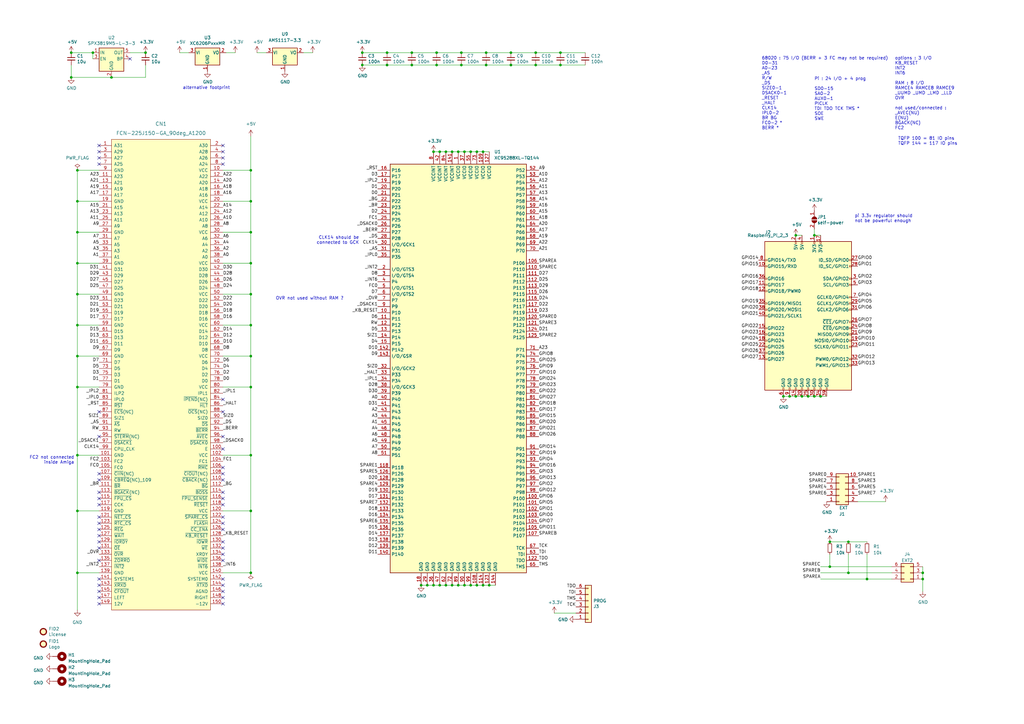
<source format=kicad_sch>
(kicad_sch (version 20230121) (generator eeschema)
  (paper "A3")
  (title_block (title "PiStorm'X1K2") (date "2021-07-27") (rev "0.1") (company "FLACO") (comment 1 "PiStorm adapter board with Xilinx CPLD") (comment 2 "Amiga 1200 version"))
  (junction (at 198.12 62.23))
  (junction (at 199.39 21.59))
  (junction (at 177.8 240.03))
  (junction (at 229.87 26.67))
  (junction (at 347.98 222.25))
  (junction (at 187.96 240.03))
  (junction (at 209.55 26.67))
  (junction (at 31.75 82.55))
  (junction (at 323.85 162.56))
  (junction (at 102.87 158.75))
  (junction (at 158.75 26.67))
  (junction (at 102.87 82.55))
  (junction (at 175.26 240.03))
  (junction (at 185.42 62.23))
  (junction (at 102.87 107.95))
  (junction (at 190.5 240.03))
  (junction (at 179.07 26.67))
  (junction (at 182.88 240.03))
  (junction (at 195.58 240.03))
  (junction (at 378.46 237.49))
  (junction (at 193.04 240.03))
  (junction (at 148.59 26.67))
  (junction (at 179.07 21.59))
  (junction (at 102.87 120.65))
  (junction (at 59.69 21.59))
  (junction (at 347.98 234.95))
  (junction (at 219.71 21.59))
  (junction (at 31.75 120.65))
  (junction (at 209.55 21.59))
  (junction (at 340.36 222.25))
  (junction (at 180.34 62.23))
  (junction (at 199.39 26.67))
  (junction (at 321.31 162.56))
  (junction (at 31.75 95.25))
  (junction (at 328.93 162.56))
  (junction (at 331.47 162.56))
  (junction (at 340.36 232.41))
  (junction (at 38.1 21.59))
  (junction (at 31.75 146.05))
  (junction (at 336.55 162.56))
  (junction (at 355.6 237.49))
  (junction (at 334.01 96.52))
  (junction (at 200.66 240.03))
  (junction (at 31.75 133.35))
  (junction (at 45.72 31.75))
  (junction (at 229.87 21.59))
  (junction (at 219.71 26.67))
  (junction (at 187.96 62.23))
  (junction (at 102.87 95.25))
  (junction (at 334.01 162.56))
  (junction (at 177.8 62.23))
  (junction (at 180.34 240.03))
  (junction (at 29.21 21.59))
  (junction (at 102.87 186.69))
  (junction (at 31.75 186.69))
  (junction (at 31.75 69.85))
  (junction (at 195.58 62.23))
  (junction (at 182.88 62.23))
  (junction (at 31.75 209.55))
  (junction (at 31.75 107.95))
  (junction (at 102.87 69.85))
  (junction (at 168.91 26.67))
  (junction (at 31.75 158.75))
  (junction (at 31.75 234.95))
  (junction (at 326.39 96.52))
  (junction (at 102.87 146.05))
  (junction (at 189.23 21.59))
  (junction (at 189.23 26.67))
  (junction (at 102.87 209.55))
  (junction (at 29.21 31.75))
  (junction (at 148.59 21.59))
  (junction (at 185.42 240.03))
  (junction (at 102.87 133.35))
  (junction (at 198.12 240.03))
  (junction (at 158.75 21.59))
  (junction (at 102.87 234.95))
  (junction (at 172.72 240.03))
  (junction (at 193.04 62.23))
  (junction (at 168.91 21.59))
  (junction (at 326.39 162.56))
  (junction (at 378.46 234.95))
  (junction (at 190.5 62.23))
  (no_connect (at 91.44 204.47))
  (no_connect (at 91.44 201.93))
  (no_connect (at 91.44 245.11))
  (no_connect (at 91.44 242.57))
  (no_connect (at 91.44 194.31))
  (no_connect (at 40.64 242.57))
  (no_connect (at 91.44 229.87))
  (no_connect (at 40.64 214.63))
  (no_connect (at 91.44 224.79))
  (no_connect (at 91.44 207.01))
  (no_connect (at 40.64 245.11))
  (no_connect (at 40.64 67.31))
  (no_connect (at 40.64 64.77))
  (no_connect (at 40.64 62.23))
  (no_connect (at 40.64 59.69))
  (no_connect (at 91.44 59.69))
  (no_connect (at 91.44 62.23))
  (no_connect (at 91.44 64.77))
  (no_connect (at 91.44 240.03))
  (no_connect (at 40.64 201.93))
  (no_connect (at 40.64 217.17))
  (no_connect (at 91.44 217.17))
  (no_connect (at 40.64 224.79))
  (no_connect (at 91.44 168.91))
  (no_connect (at 91.44 67.31))
  (no_connect (at 91.44 212.09))
  (no_connect (at 91.44 179.07))
  (no_connect (at 40.64 240.03))
  (no_connect (at 91.44 214.63))
  (no_connect (at 91.44 247.65))
  (no_connect (at 40.64 219.71))
  (no_connect (at 40.64 222.25))
  (no_connect (at 91.44 184.15))
  (no_connect (at 91.44 237.49))
  (no_connect (at 40.64 207.01))
  (no_connect (at 91.44 163.83))
  (no_connect (at 40.64 179.07))
  (no_connect (at 40.64 204.47))
  (no_connect (at 40.64 229.87))
  (no_connect (at 40.64 212.09))
  (no_connect (at 91.44 222.25))
  (no_connect (at 40.64 247.65))
  (no_connect (at 91.44 191.77))
  (no_connect (at 91.44 227.33))
  (no_connect (at 40.64 196.85))
  (no_connect (at 53.34 24.13))
  (no_connect (at 40.64 168.91))
  (no_connect (at 91.44 196.85))
  (no_connect (at 40.64 237.49))
  (no_connect (at 40.64 194.31))
  (wire (pts (xy 59.69 26.67) (xy 59.69 31.75)))
  (wire (pts (xy 227.33 251.46) (xy 236.22 251.46)))
  (wire (pts (xy 102.87 120.65) (xy 102.87 107.95)))
  (wire (pts (xy 240.03 21.59) (xy 229.87 21.59)))
  (wire (pts (xy 102.87 69.85) (xy 102.87 55.88)))
  (wire (pts (xy 219.71 21.59) (xy 209.55 21.59)))
  (wire (pts (xy 31.75 234.95) (xy 40.64 234.95)))
  (wire (pts (xy 38.1 24.13) (xy 38.1 21.59)))
  (wire (pts (xy 158.75 21.59) (xy 148.59 21.59)))
  (wire (pts (xy 31.75 186.69) (xy 40.64 186.69)))
  (wire (pts (xy 200.66 240.03) (xy 203.2 240.03)))
  (wire (pts (xy 31.75 82.55) (xy 31.75 95.25)))
  (wire (pts (xy 31.75 95.25) (xy 40.64 95.25)))
  (wire (pts (xy 347.98 234.95) (xy 347.98 227.33)))
  (wire (pts (xy 334.01 162.56) (xy 331.47 162.56)))
  (wire (pts (xy 185.42 240.03) (xy 182.88 240.03)))
  (wire (pts (xy 102.87 234.95) (xy 102.87 209.55)))
  (wire (pts (xy 229.87 26.67) (xy 219.71 26.67)))
  (wire (pts (xy 336.55 162.56) (xy 334.01 162.56)))
  (wire (pts (xy 199.39 21.59) (xy 189.23 21.59)))
  (wire (pts (xy 29.21 31.75) (xy 29.21 26.67)))
  (wire (pts (xy 91.44 209.55) (xy 102.87 209.55)))
  (wire (pts (xy 340.36 222.25) (xy 347.98 222.25)))
  (wire (pts (xy 378.46 234.95) (xy 378.46 237.49)))
  (wire (pts (xy 31.75 82.55) (xy 40.64 82.55)))
  (wire (pts (xy 340.36 227.33) (xy 340.36 232.41)))
  (wire (pts (xy 336.55 232.41) (xy 340.36 232.41)))
  (wire (pts (xy 31.75 120.65) (xy 31.75 133.35)))
  (wire (pts (xy 31.75 158.75) (xy 40.64 158.75)))
  (wire (pts (xy 91.44 69.85) (xy 102.87 69.85)))
  (wire (pts (xy 38.1 21.59) (xy 29.21 21.59)))
  (wire (pts (xy 240.03 26.67) (xy 229.87 26.67)))
  (wire (pts (xy 102.87 95.25) (xy 102.87 82.55)))
  (wire (pts (xy 180.34 240.03) (xy 177.8 240.03)))
  (wire (pts (xy 31.75 186.69) (xy 31.75 209.55)))
  (wire (pts (xy 31.75 146.05) (xy 31.75 158.75)))
  (wire (pts (xy 91.44 82.55) (xy 102.87 82.55)))
  (wire (pts (xy 193.04 62.23) (xy 195.58 62.23)))
  (wire (pts (xy 91.44 234.95) (xy 102.87 234.95)))
  (wire (pts (xy 190.5 240.03) (xy 187.96 240.03)))
  (wire (pts (xy 91.44 95.25) (xy 102.87 95.25)))
  (wire (pts (xy 339.09 162.56) (xy 336.55 162.56)))
  (wire (pts (xy 31.75 209.55) (xy 31.75 234.95)))
  (wire (pts (xy 365.76 234.95) (xy 347.98 234.95)))
  (wire (pts (xy 59.69 31.75) (xy 45.72 31.75)))
  (wire (pts (xy 351.79 205.74) (xy 363.22 205.74)))
  (wire (pts (xy 182.88 62.23) (xy 180.34 62.23)))
  (wire (pts (xy 326.39 162.56) (xy 323.85 162.56)))
  (wire (pts (xy 195.58 62.23) (xy 198.12 62.23)))
  (wire (pts (xy 378.46 232.41) (xy 378.46 234.95)))
  (wire (pts (xy 53.34 21.59) (xy 59.69 21.59)))
  (wire (pts (xy 198.12 62.23) (xy 200.66 62.23)))
  (wire (pts (xy 378.46 237.49) (xy 378.46 242.57)))
  (wire (pts (xy 336.55 96.52) (xy 334.01 96.52)))
  (wire (pts (xy 187.96 62.23) (xy 185.42 62.23)))
  (wire (pts (xy 102.87 133.35) (xy 102.87 120.65)))
  (wire (pts (xy 219.71 26.67) (xy 209.55 26.67)))
  (wire (pts (xy 91.44 146.05) (xy 102.87 146.05)))
  (wire (pts (xy 229.87 21.59) (xy 219.71 21.59)))
  (wire (pts (xy 91.44 133.35) (xy 102.87 133.35)))
  (wire (pts (xy 179.07 26.67) (xy 168.91 26.67)))
  (wire (pts (xy 31.75 209.55) (xy 40.64 209.55)))
  (wire (pts (xy 209.55 26.67) (xy 199.39 26.67)))
  (wire (pts (xy 31.75 107.95) (xy 40.64 107.95)))
  (wire (pts (xy 91.44 120.65) (xy 102.87 120.65)))
  (wire (pts (xy 190.5 240.03) (xy 193.04 240.03)))
  (wire (pts (xy 40.64 69.85) (xy 31.75 69.85)))
  (wire (pts (xy 31.75 133.35) (xy 40.64 133.35)))
  (wire (pts (xy 31.75 69.85) (xy 31.75 82.55)))
  (wire (pts (xy 102.87 209.55) (xy 102.87 186.69)))
  (wire (pts (xy 91.44 186.69) (xy 102.87 186.69)))
  (wire (pts (xy 193.04 62.23) (xy 190.5 62.23)))
  (wire (pts (xy 189.23 26.67) (xy 179.07 26.67)))
  (wire (pts (xy 340.36 232.41) (xy 365.76 232.41)))
  (wire (pts (xy 102.87 82.55) (xy 102.87 69.85)))
  (wire (pts (xy 168.91 26.67) (xy 158.75 26.67)))
  (wire (pts (xy 45.72 31.75) (xy 29.21 31.75)))
  (wire (pts (xy 31.75 107.95) (xy 31.75 120.65)))
  (wire (pts (xy 199.39 26.67) (xy 189.23 26.67)))
  (wire (pts (xy 180.34 62.23) (xy 177.8 62.23)))
  (wire (pts (xy 336.55 237.49) (xy 355.6 237.49)))
  (wire (pts (xy 102.87 186.69) (xy 102.87 158.75)))
  (wire (pts (xy 92.71 21.59) (xy 96.52 21.59)))
  (wire (pts (xy 124.46 21.59) (xy 128.27 21.59)))
  (wire (pts (xy 31.75 234.95) (xy 31.75 250.19)))
  (wire (pts (xy 331.47 162.56) (xy 328.93 162.56)))
  (wire (pts (xy 187.96 240.03) (xy 185.42 240.03)))
  (wire (pts (xy 182.88 240.03) (xy 180.34 240.03)))
  (wire (pts (xy 91.44 107.95) (xy 102.87 107.95)))
  (wire (pts (xy 185.42 62.23) (xy 182.88 62.23)))
  (wire (pts (xy 102.87 107.95) (xy 102.87 95.25)))
  (wire (pts (xy 91.44 158.75) (xy 102.87 158.75)))
  (wire (pts (xy 102.87 146.05) (xy 102.87 133.35)))
  (wire (pts (xy 102.87 158.75) (xy 102.87 146.05)))
  (wire (pts (xy 177.8 240.03) (xy 175.26 240.03)))
  (wire (pts (xy 31.75 146.05) (xy 40.64 146.05)))
  (wire (pts (xy 347.98 222.25) (xy 355.6 222.25)))
  (wire (pts (xy 189.23 21.59) (xy 179.07 21.59)))
  (wire (pts (xy 334.01 96.52) (xy 334.01 93.98)))
  (wire (pts (xy 179.07 21.59) (xy 168.91 21.59)))
  (wire (pts (xy 198.12 240.03) (xy 200.66 240.03)))
  (wire (pts (xy 323.85 162.56) (xy 321.31 162.56)))
  (wire (pts (xy 73.66 21.59) (xy 77.47 21.59)))
  (wire (pts (xy 190.5 62.23) (xy 187.96 62.23)))
  (wire (pts (xy 31.75 133.35) (xy 31.75 146.05)))
  (wire (pts (xy 328.93 96.52) (xy 326.39 96.52)))
  (wire (pts (xy 158.75 26.67) (xy 148.59 26.67)))
  (wire (pts (xy 31.75 158.75) (xy 31.75 186.69)))
  (wire (pts (xy 209.55 21.59) (xy 199.39 21.59)))
  (wire (pts (xy 105.41 21.59) (xy 109.22 21.59)))
  (wire (pts (xy 31.75 95.25) (xy 31.75 107.95)))
  (wire (pts (xy 195.58 240.03) (xy 198.12 240.03)))
  (wire (pts (xy 168.91 21.59) (xy 158.75 21.59)))
  (wire (pts (xy 355.6 237.49) (xy 355.6 227.33)))
  (wire (pts (xy 193.04 240.03) (xy 195.58 240.03)))
  (wire (pts (xy 31.75 120.65) (xy 40.64 120.65)))
  (wire (pts (xy 336.55 234.95) (xy 347.98 234.95)))
  (wire (pts (xy 365.76 237.49) (xy 355.6 237.49)))
  (wire (pts (xy 175.26 240.03) (xy 172.72 240.03)))
  (wire (pts (xy 328.93 162.56) (xy 326.39 162.56)))
  (text "CLK14 should be\nconnected to GCK" (at 147.32 100.33 0) (effects (font (size 1.27 1.27)) (justify right bottom)))
  (text "Pi : 24 I/O + 4 prog\n\nSD0-15\nSA0-2\nAUX0-1\nPICLK\nTDI TDO TCK TMS *\nSOE\nSWE" (at 334.01 49.53 0) (effects (font (size 1.27 1.27)) (justify left bottom)))
  (text "OVR not used without RAM ?" (at 140.97 123.19 0) (effects (font (size 1.27 1.27)) (justify right bottom)))
  (text "FC2 not connected\ninside Amiga" (at 30.48 190.5 0) (effects (font (size 1.27 1.27)) (justify right bottom)))
  (text "alternative footprint" (at 74.93 36.83 0) (effects (font (size 1.27 1.27)) (justify left bottom)))
  (text "pi 3.3v regulator should\nnot be powerful enough" (at 350.52 91.44 0) (effects (font (size 1.27 1.27)) (justify left bottom)))
  (text "TQFP 100 = 81 IO pins\nTQFP 144 = 117 IO pins" (at 368.3 59.69 0) (effects (font (size 1.27 1.27)) (justify left bottom)))
  (text "68020 : 75 I/O (BERR + 3 FC may not be required)\nD0-31\nA0-23\n_AS\nR/W\n_DS\nSIZE0-1\nDSACK0-1\n_RESET\n_HALT\nCLK14\nIPL0-2\nBR BG\nFC0-2 *\nBERR *\n" (at 312.42 53.34 0) (effects (font (size 1.27 1.27)) (justify left bottom)))
  (text "options : 3 I/O\nKB_RESET\nINT2\nINT6\n\nRAM : 8 I/O\nRAMCE4 RAMCE8 RAMCE9\n_UUMD _UMD _LMD _LLD\nOVR\n\nnot used/connected :\n_AVEC(NU)\nE(NU)\nBGACK(NC)\nFC2" (at 367.03 53.34 0) (effects (font (size 1.27 1.27)) (justify left bottom)))
  (label "GPIO1" (at 351.79 109.22 0))
  (label "GPIO3" (at 220.98 194.31 0))
  (label "D16" (at 154.94 212.09 180))
  (label "D22" (at 91.44 123.19 0))
  (label "D15" (at 154.94 217.17 180))
  (label "D25" (at 40.64 118.11 180))
  (label "SIZ1" (at 154.94 138.43 180))
  (label "GPIO0" (at 220.98 212.09 0))
  (label "_INT6" (at 91.44 232.41 0))
  (label "A18" (at 220.98 90.17 0))
  (label "RW" (at 154.94 133.35 180))
  (label "_BG" (at 154.94 82.55 180))
  (label "_OVR" (at 154.94 123.19 180))
  (label "GPIO2" (at 220.98 199.39 0))
  (label "GPIO21" (at 220.98 176.53 0))
  (label "SIZ0" (at 154.94 151.13 180))
  (label "D11" (at 40.64 140.97 180))
  (label "GPIO1" (at 220.98 209.55 0))
  (label "_IPL0" (at 40.64 163.83 180))
  (label "D7" (at 154.94 120.65 180))
  (label "GPIO11" (at 220.98 217.17 0))
  (label "GPIO26" (at 311.15 144.78 180))
  (label "GPIO16" (at 311.15 114.3 180))
  (label "D12" (at 154.94 224.79 180))
  (label "SPARE4" (at 339.09 200.66 180))
  (label "D24" (at 91.44 118.11 0))
  (label "SPARE3" (at 220.98 133.35 0))
  (label "GPIO14" (at 311.15 106.68 180))
  (label "_HALT" (at 91.44 166.37 0))
  (label "_OVR" (at 40.64 227.33 180))
  (label "GPIO9" (at 220.98 151.13 0))
  (label "GPIO15" (at 220.98 171.45 0))
  (label "SPAREC" (at 336.55 232.41 180))
  (label "A13" (at 220.98 80.01 0))
  (label "D20" (at 154.94 196.85 180))
  (label "A18" (at 91.44 77.47 0))
  (label "GPIO24" (at 220.98 156.21 0))
  (label "_RST" (at 154.94 69.85 180))
  (label "RW" (at 40.64 176.53 180))
  (label "A2" (at 91.44 102.87 0))
  (label "A11" (at 40.64 90.17 180))
  (label "GPIO25" (at 220.98 148.59 0))
  (label "A5" (at 40.64 100.33 180))
  (label "GPIO12" (at 220.98 201.93 0))
  (label "D8" (at 154.94 113.03 180))
  (label "A20" (at 220.98 92.71 0))
  (label "A16" (at 91.44 80.01 0))
  (label "SIZ1" (at 40.64 171.45 180))
  (label "A9" (at 220.98 69.85 0))
  (label "CLK14" (at 40.64 184.15 180))
  (label "A20" (at 91.44 74.93 0))
  (label "GPIO7" (at 351.79 132.08 0))
  (label "A6" (at 154.94 179.07 180))
  (label "A10" (at 91.44 90.17 0))
  (label "_INT2" (at 154.94 110.49 180))
  (label "GPIO14" (at 220.98 184.15 0))
  (label "D10" (at 91.44 140.97 0))
  (label "D23" (at 40.64 123.19 180))
  (label "D19" (at 40.64 128.27 180))
  (label "_IPL1" (at 91.44 161.29 0))
  (label "GPIO12" (at 351.79 147.32 0))
  (label "D13" (at 154.94 222.25 180))
  (label "D3" (at 154.94 72.39 180))
  (label "A3" (at 154.94 171.45 180))
  (label "GPIO23" (at 311.15 137.16 180))
  (label "CLK14" (at 154.94 100.33 180))
  (label "A2" (at 154.94 168.91 180))
  (label "SPARE5" (at 351.79 200.66 0))
  (label "D5" (at 154.94 135.89 180))
  (label "A6" (at 91.44 97.79 0))
  (label "A1" (at 40.64 105.41 180))
  (label "A7" (at 40.64 97.79 180))
  (label "D16" (at 91.44 130.81 0))
  (label "GPIO18" (at 311.15 119.38 180))
  (label "TCK" (at 236.22 248.92 180))
  (label "GPIO16" (at 220.98 191.77 0))
  (label "GPIO17" (at 311.15 116.84 180))
  (label "GPIO26" (at 220.98 179.07 0))
  (label "SPARE1" (at 351.79 195.58 0))
  (label "GPIO18" (at 220.98 166.37 0))
  (label "FC2" (at 40.64 189.23 180))
  (label "SPAREB" (at 336.55 234.95 180))
  (label "D26" (at 91.44 115.57 0))
  (label "FC1" (at 91.44 189.23 0))
  (label "A17" (at 40.64 80.01 180))
  (label "A9" (at 40.64 92.71 180))
  (label "SPARE6" (at 154.94 214.63 180))
  (label "D29" (at 220.98 118.11 0))
  (label "D0" (at 91.44 156.21 0))
  (label "D6" (at 91.44 148.59 0))
  (label "D20" (at 91.44 125.73 0))
  (label "SPARE2" (at 220.98 138.43 0))
  (label "GPIO23" (at 220.98 158.75 0))
  (label "_DSACK1" (at 154.94 125.73 180))
  (label "D10" (at 154.94 143.51 180))
  (label "_INT6" (at 154.94 115.57 180))
  (label "D15" (at 40.64 135.89 180))
  (label "TDI" (at 220.98 227.33 0))
  (label "D28" (at 154.94 158.75 180))
  (label "D4" (at 154.94 140.97 180))
  (label "D21" (at 220.98 135.89 0))
  (label "GPIO6" (at 351.79 127 0))
  (label "_DSACK0" (at 91.44 181.61 0))
  (label "D2" (at 154.94 87.63 180))
  (label "_AS" (at 40.64 173.99 180))
  (label "SPAREA" (at 336.55 237.49 180))
  (label "D4" (at 91.44 151.13 0))
  (label "A4" (at 154.94 176.53 180))
  (label "SIZ0" (at 91.44 171.45 0))
  (label "A10" (at 220.98 72.39 0))
  (label "D14" (at 154.94 219.71 180))
  (label "D25" (at 220.98 115.57 0))
  (label "_RST" (at 40.64 166.37 180))
  (label "A16" (at 220.98 85.09 0))
  (label "A3" (at 40.64 102.87 180))
  (label "SPARE0" (at 339.09 195.58 180))
  (label "D31" (at 40.64 110.49 180))
  (label "A22" (at 220.98 100.33 0))
  (label "GPIO6" (at 220.98 204.47 0))
  (label "D30" (at 91.44 110.49 0))
  (label "SPARE5" (at 154.94 194.31 180))
  (label "TDO" (at 220.98 229.87 0))
  (label "D21" (at 40.64 125.73 180))
  (label "GPIO17" (at 220.98 168.91 0))
  (label "_BG" (at 91.44 199.39 0))
  (label "_DSACK1" (at 40.64 181.61 180))
  (label "A19" (at 220.98 97.79 0))
  (label "SPARE0" (at 220.98 130.81 0))
  (label "D17" (at 40.64 130.81 180))
  (label "_BERR" (at 91.44 176.53 0))
  (label "SPARE1" (at 154.94 191.77 180))
  (label "GPIO27" (at 220.98 163.83 0))
  (label "D1" (at 40.64 156.21 180))
  (label "SPARE7" (at 351.79 203.2 0))
  (label "SPARE6" (at 339.09 203.2 180))
  (label "D17" (at 154.94 204.47 180))
  (label "SPAREC" (at 220.98 110.49 0))
  (label "GPIO3" (at 351.79 116.84 0))
  (label "GPIO10" (at 351.79 139.7 0))
  (label "TDI" (at 236.22 243.84 180))
  (label "A12" (at 220.98 74.93 0))
  (label "GPIO13" (at 220.98 196.85 0))
  (label "SPARE3" (at 351.79 198.12 0))
  (label "A15" (at 220.98 87.63 0))
  (label "D2" (at 91.44 153.67 0))
  (label "A23" (at 40.64 72.39 180))
  (label "D13" (at 40.64 138.43 180))
  (label "D9" (at 154.94 146.05 180))
  (label "A15" (at 40.64 85.09 180))
  (label "A11" (at 220.98 77.47 0))
  (label "_KB_RESET" (at 154.94 128.27 180))
  (label "GPIO4" (at 220.98 189.23 0))
  (label "D18" (at 154.94 209.55 180))
  (label "A1" (at 154.94 173.99 180))
  (label "GPIO2" (at 351.79 114.3 0))
  (label "A14" (at 220.98 82.55 0))
  (label "GPIO19" (at 311.15 124.46 180))
  (label "GPIO10" (at 220.98 153.67 0))
  (label "A17" (at 220.98 95.25 0))
  (label "GPIO7" (at 220.98 214.63 0))
  (label "_INT2" (at 40.64 232.41 180))
  (label "_IPL1" (at 154.94 156.21 180))
  (label "A0" (at 91.44 105.41 0))
  (label "A21" (at 220.98 102.87 0))
  (label "D5" (at 40.64 151.13 180))
  (label "_KB_RESET" (at 91.44 219.71 0))
  (label "_DS" (at 154.94 97.79 180))
  (label "GPIO15" (at 311.15 109.22 180))
  (label "FC0" (at 154.94 118.11 180))
  (label "GPIO24" (at 311.15 139.7 180))
  (label "_IPL2" (at 154.94 74.93 180))
  (label "_DS" (at 91.44 173.99 0))
  (label "FC1" (at 154.94 90.17 180))
  (label "GPIO25" (at 311.15 142.24 180))
  (label "GPIO20" (at 220.98 173.99 0))
  (label "D19" (at 154.94 201.93 180))
  (label "SPAREA" (at 220.98 107.95 0))
  (label "_IPL2" (at 40.64 161.29 180))
  (label "GPIO4" (at 351.79 121.92 0))
  (label "GPIO13" (at 351.79 149.86 0))
  (label "A8" (at 91.44 92.71 0))
  (label "_HALT" (at 154.94 153.67 180))
  (label "A4" (at 91.44 100.33 0))
  (label "D22" (at 220.98 125.73 0))
  (label "GPIO19" (at 220.98 186.69 0))
  (label "SPARE7" (at 154.94 207.01 180))
  (label "D27" (at 40.64 115.57 180))
  (label "GPIO5" (at 351.79 124.46 0))
  (label "D31" (at 154.94 166.37 180))
  (label "FC0" (at 40.64 191.77 180))
  (label "GPIO11" (at 351.79 142.24 0))
  (label "D8" (at 91.44 143.51 0))
  (label "_BR" (at 40.64 199.39 180))
  (label "A5" (at 154.94 181.61 180))
  (label "SPAREB" (at 220.98 219.71 0))
  (label "GPIO8" (at 351.79 134.62 0))
  (label "A8" (at 154.94 186.69 180))
  (label "TCK" (at 220.98 224.79 0))
  (label "D1" (at 154.94 77.47 180))
  (label "_BERR" (at 154.94 95.25 180))
  (label "D27" (at 220.98 113.03 0))
  (label "GPIO0" (at 351.79 106.68 0))
  (label "D9" (at 40.64 143.51 180))
  (label "A14" (at 91.44 85.09 0))
  (label "D3" (at 40.64 153.67 180))
  (label "D18" (at 91.44 128.27 0))
  (label "A12" (at 91.44 87.63 0))
  (label "GPIO20" (at 311.15 127 180))
  (label "D23" (at 220.98 128.27 0))
  (label "D29" (at 40.64 113.03 180))
  (label "D7" (at 40.64 148.59 180))
  (label "SPARE4" (at 154.94 199.39 180))
  (label "A23" (at 220.98 143.51 0))
  (label "D0" (at 154.94 80.01 180))
  (label "GPIO5" (at 220.98 207.01 0))
  (label "A0" (at 154.94 163.83 180))
  (label "A19" (at 40.64 77.47 180))
  (label "_BR" (at 154.94 85.09 180))
  (label "TMS" (at 236.22 246.38 180))
  (label "TDO" (at 236.22 241.3 180))
  (label "GPIO27" (at 311.15 147.32 180))
  (label "TMS" (at 220.98 232.41 0))
  (label "GPIO22" (at 220.98 161.29 0))
  (label "_IPL0" (at 154.94 105.41 180))
  (label "D12" (at 91.44 138.43 0))
  (label "D11" (at 154.94 227.33 180))
  (label "GPIO22" (at 311.15 134.62 180))
  (label "D30" (at 154.94 161.29 180))
  (label "GPIO9" (at 351.79 137.16 0))
  (label "A22" (at 91.44 72.39 0))
  (label "GPIO21" (at 311.15 129.54 180))
  (label "_AS" (at 154.94 102.87 180))
  (label "_DSACK0" (at 154.94 92.71 180))
  (label "A7" (at 154.94 184.15 180))
  (label "GPIO8" (at 220.98 146.05 0))
  (label "A13" (at 40.64 87.63 180))
  (label "D14" (at 91.44 135.89 0))
  (label "D26" (at 220.98 120.65 0))
  (label "D6" (at 154.94 130.81 180))
  (label "D24" (at 220.98 123.19 0))
  (label "D28" (at 91.44 113.03 0))
  (label "A21" (at 40.64 74.93 180))
  (label "SPARE2" (at 339.09 198.12 180))
  (symbol (lib_id "Regulator_Linear:SPX3819M5-L-3-3") (at 45.72 24.13 0) (unit 1)
    (property "Reference" "U2" (at 45.72 15.4432 0))
    (property "Value" "SPX3819M5-L-3-3" (at 45.72 17.7546 0))
    (property "Footprint" "Package_TO_SOT_SMD:SOT-23-5" (effects hide))
    (property "Datasheet" "https://www.exar.com/content/document.ashx?id=22106&languageid=1033&type=Datasheet&partnumber=SPX3819&filename=SPX3819.pdf&part=SPX3819" (effects hide))
  )
  (symbol (lib_id "Regulator_Linear:XC6206PxxxMR") (at 85.09 21.59 0) (unit 1)
    (property "Reference" "U3" (at 85.09 15.4432 0))
    (property "Value" "XC6206PxxxMR" (at 85.09 17.7546 0))
    (property "Footprint" "Sassa:SOT-23" (effects hide))
    (property "Datasheet" "https://www.torexsemi.com/file/xc6206/XC6206.pdf" (effects hide))
  )
  (symbol (lib_id "Device:C_Small") (at 29.21 24.13 0) (unit 1)
    (property "Reference" "C1" (at 31.5468 22.9616 0) (effects (justify left)))
    (property "Value" "10u" (at 31.5468 25.273 0) (effects (justify left)))
    (property "Footprint" "Capacitor_SMD:C_0805_2012Metric" (effects hide))
  )
  (symbol (lib_id "Device:C_Small") (at 59.69 24.13 0) (unit 1)
    (property "Reference" "C2" (at 62.0268 22.9616 0) (effects (justify left)))
    (property "Value" "10u" (at 62.0268 25.273 0) (effects (justify left)))
    (property "Footprint" "Capacitor_SMD:C_0805_2012Metric" (effects hide))
  )
  (symbol (lib_id "power:+5V") (at 29.21 21.59 0) (unit 1)
    (property "Reference" "#PWR0101" (effects hide))
    (property "Value" "+5V" (at 29.591 17.1958 0))
  )
  (symbol (lib_id "power:+3.3V") (at 59.69 21.59 0) (unit 1)
    (property "Reference" "#PWR0102" (effects hide))
    (property "Value" "+3.3V" (at 60.071 17.1958 0))
  )
  (symbol (lib_id "power:GND") (at 29.21 31.75 0) (unit 1)
    (property "Reference" "#PWR0103" (effects hide))
    (property "Value" "GND" (at 29.337 36.1442 0))
  )
  (symbol (lib_id "power:+3.3V") (at 96.52 21.59 0) (unit 1)
    (property "Reference" "#PWR0104" (effects hide))
    (property "Value" "+3.3V" (at 96.901 17.1958 0))
  )
  (symbol (lib_id "power:+5V") (at 73.66 21.59 0) (unit 1)
    (property "Reference" "#PWR0105" (effects hide))
    (property "Value" "+5V" (at 74.041 17.1958 0))
  )
  (symbol (lib_id "power:GND") (at 85.09 29.21 0) (unit 1)
    (property "Reference" "#PWR0106" (effects hide))
    (property "Value" "GND" (at 85.217 33.6042 0))
  )
  (symbol (lib_id "power:+3.3V") (at 177.8 62.23 0) (unit 1)
    (property "Reference" "#PWR0107" (effects hide))
    (property "Value" "+3.3V" (at 178.181 57.8358 0))
  )
  (symbol (lib_id "power:GND") (at 172.72 240.03 0) (unit 1)
    (property "Reference" "#PWR0108" (effects hide))
    (property "Value" "GND" (at 172.847 244.4242 0))
  )
  (symbol (lib_id "Connector_Generic:Conn_01x06") (at 241.3 248.92 0) (mirror x) (unit 1)
    (property "Reference" "J3" (at 243.332 248.7168 0) (effects (justify left)))
    (property "Value" "PROG" (at 243.332 246.4054 0) (effects (justify left)))
    (property "Footprint" "Connector_PinHeader_2.54mm:PinHeader_1x06_P2.54mm_Vertical" (effects hide))
  )
  (symbol (lib_id "power:GND") (at 236.22 254 270) (unit 1)
    (property "Reference" "#PWR0112" (effects hide))
    (property "Value" "GND" (at 232.9688 254.127 90) (effects (justify right)))
  )
  (symbol (lib_id "power:+3.3V") (at 227.33 251.46 0) (unit 1)
    (property "Reference" "#PWR0113" (effects hide))
    (property "Value" "+3.3V" (at 227.711 247.0658 0))
  )
  (symbol (lib_id "Connector:Raspberry_Pi_2_3") (at 331.47 129.54 0) (unit 1)
    (property "Reference" "J2" (at 314.96 95.25 0))
    (property "Value" "Raspberry_Pi_2_3" (at 314.96 96.52 0))
    (property "Footprint" "Sassa:PinSocket_2x20_P2.54mm_Vertical_SMD+THT_DoubleSide" (effects hide))
    (property "Datasheet" "https://www.raspberrypi.org/documentation/hardware/raspberrypi/schematics/rpi_SCH_3bplus_1p0_reduced.pdf" (effects hide))
  )
  (symbol (lib_id "power:+5V") (at 326.39 96.52 0) (unit 1)
    (property "Reference" "#PWR0114" (effects hide))
    (property "Value" "+5V" (at 326.771 92.1258 0))
  )
  (symbol (lib_id "power:GND") (at 321.31 162.56 0) (unit 1)
    (property "Reference" "#PWR0115" (effects hide))
    (property "Value" "GND" (at 321.437 166.9542 0))
  )
  (symbol (lib_id "power:+3.3V") (at 334.01 86.36 0) (unit 1)
    (property "Reference" "#PWR0116" (effects hide))
    (property "Value" "+3.3V" (at 334.391 81.9658 0))
  )
  (symbol (lib_id "Jumper:SolderJumper_2_Open") (at 334.01 90.17 270) (unit 1)
    (property "Reference" "JP1" (at 335.2292 89.0016 90) (effects (justify left)))
    (property "Value" "self-power" (at 335.2292 91.313 90) (effects (justify left)))
    (property "Footprint" "Jumper:SolderJumper-2_P1.3mm_Open_RoundedPad1.0x1.5mm" (effects hide))
  )
  (symbol (lib_id "Mechanical:Fiducial") (at 17.78 264.16 0) (unit 1)
    (property "Reference" "FID1" (at 19.939 262.9916 0) (effects (justify left)))
    (property "Value" "Logo" (at 19.939 265.303 0) (effects (justify left)))
    (property "Footprint" "Sassa:PIC_PistormX_43x10mm" (effects hide))
  )
  (symbol (lib_id "Device:C_Small") (at 148.59 24.13 0) (unit 1)
    (property "Reference" "C3" (at 150.9268 22.9616 0) (effects (justify left)))
    (property "Value" "100n" (at 150.9268 25.273 0) (effects (justify left)))
    (property "Footprint" "Capacitor_SMD:C_0603_1608Metric" (effects hide))
  )
  (symbol (lib_id "Device:C_Small") (at 158.75 24.13 0) (unit 1)
    (property "Reference" "C4" (at 161.0868 22.9616 0) (effects (justify left)))
    (property "Value" "100n" (at 161.0868 25.273 0) (effects (justify left)))
    (property "Footprint" "Capacitor_SMD:C_0603_1608Metric" (effects hide))
  )
  (symbol (lib_id "Device:C_Small") (at 168.91 24.13 0) (unit 1)
    (property "Reference" "C5" (at 171.2468 22.9616 0) (effects (justify left)))
    (property "Value" "100n" (at 171.2468 25.273 0) (effects (justify left)))
    (property "Footprint" "Capacitor_SMD:C_0603_1608Metric" (effects hide))
  )
  (symbol (lib_id "Device:C_Small") (at 179.07 24.13 0) (unit 1)
    (property "Reference" "C6" (at 181.4068 22.9616 0) (effects (justify left)))
    (property "Value" "100n" (at 181.4068 25.273 0) (effects (justify left)))
    (property "Footprint" "Capacitor_SMD:C_0603_1608Metric" (effects hide))
  )
  (symbol (lib_id "power:+3.3V") (at 148.59 21.59 0) (unit 1)
    (property "Reference" "#PWR01" (effects hide))
    (property "Value" "+3.3V" (at 148.971 17.1958 0))
  )
  (symbol (lib_id "power:GND") (at 148.59 26.67 0) (unit 1)
    (property "Reference" "#PWR02" (effects hide))
    (property "Value" "GND" (at 148.717 31.0642 0))
  )
  (symbol (lib_id "Device:C_Small") (at 189.23 24.13 0) (unit 1)
    (property "Reference" "C7" (at 191.5668 22.9616 0) (effects (justify left)))
    (property "Value" "100n" (at 191.5668 25.273 0) (effects (justify left)))
    (property "Footprint" "Capacitor_SMD:C_0603_1608Metric" (effects hide))
  )
  (symbol (lib_id "Device:C_Small") (at 199.39 24.13 0) (unit 1)
    (property "Reference" "C8" (at 201.7268 22.9616 0) (effects (justify left)))
    (property "Value" "100n" (at 201.7268 25.273 0) (effects (justify left)))
    (property "Footprint" "Capacitor_SMD:C_0603_1608Metric" (effects hide))
  )
  (symbol (lib_id "power:GND") (at 116.84 29.21 0) (unit 1)
    (property "Reference" "#PWR033" (effects hide))
    (property "Value" "GND" (at 116.967 33.6042 0))
  )
  (symbol (lib_id "Connector_Generic:Conn_02x03_Odd_Even") (at 373.38 234.95 180) (unit 1)
    (property "Reference" "J4" (at 372.11 227.33 0))
    (property "Value" "EXT2" (at 372.11 229.87 0))
    (property "Footprint" "Connector_PinHeader_2.54mm:PinHeader_2x03_P2.54mm_Vertical" (effects hide))
  )
  (symbol (lib_id "power:GND") (at 378.46 242.57 0) (unit 1)
    (property "Reference" "#PWR08" (effects hide))
    (property "Value" "GND" (at 378.587 246.9642 0))
  )
  (symbol (lib_id "Device:C_Small") (at 219.71 24.13 0) (unit 1)
    (property "Reference" "C10" (at 222.0468 22.9616 0) (effects (justify left)))
    (property "Value" "100n" (at 222.0468 25.273 0) (effects (justify left)))
    (property "Footprint" "Capacitor_SMD:C_0603_1608Metric" (effects hide))
  )
  (symbol (lib_id "power:PWR_FLAG") (at 31.75 69.85 0) (unit 1)
    (property "Reference" "#FLG01" (effects hide))
    (property "Value" "PWR_FLAG" (at 31.75 64.77 0))
  )
  (symbol (lib_id "Device:C_Small") (at 229.87 24.13 0) (unit 1)
    (property "Reference" "C11" (at 232.2068 22.9616 0) (effects (justify left)))
    (property "Value" "100n" (at 232.2068 25.273 0) (effects (justify left)))
    (property "Footprint" "Capacitor_SMD:C_0603_1608Metric" (effects hide))
  )
  (symbol (lib_id "Device:R_Small") (at 355.6 224.79 0) (unit 1)
    (property "Reference" "R1" (at 358.14 224.155 0) (effects (justify left)))
    (property "Value" "10k" (at 358.14 226.695 0) (effects (justify left)))
    (property "Footprint" "Resistor_SMD:R_0805_2012Metric" (effects hide))
  )
  (symbol (lib_id "Device:C_Small") (at 240.03 24.13 0) (unit 1)
    (property "Reference" "C12" (at 242.3668 22.9616 0) (effects (justify left)))
    (property "Value" "100n" (at 242.3668 25.273 0) (effects (justify left)))
    (property "Footprint" "Capacitor_SMD:C_0603_1608Metric" (effects hide))
  )
  (symbol (lib_id "Sassa:FCN-225J150-GA_90deg_A1200") (at 66.04 153.67 0) (unit 1)
    (property "Reference" "CN1" (at 66.04 50.8 0) (effects (font (size 1.4986 1.4986))))
    (property "Value" "FCN-225J150-GA_90deg_A1200" (at 66.04 54.61 0) (effects (font (size 1.4986 1.4986))))
    (property "Footprint" "Sassa:FCN-225J150-GA_90deg_A1200" (effects hide))
    (property "Datasheet" "https://www.fujitsu.com/downloads/MICRO/fcai/connectors/fcn224j.pdf" (effects hide))
  )
  (symbol (lib_id "Connector_Generic:Conn_02x05_Odd_Even") (at 344.17 200.66 0) (mirror x) (unit 1)
    (property "Reference" "J1" (at 344.17 210.82 0) (effects (justify left)))
    (property "Value" "EXT" (at 344.17 208.28 0) (effects (justify left)))
    (property "Footprint" "Connector_PinHeader_2.54mm:PinHeader_2x05_P2.54mm_Vertical" (effects hide))
  )
  (symbol (lib_id "power:GND") (at 21.59 279.4 270) (unit 1)
    (property "Reference" "#PWR07" (effects hide))
    (property "Value" "GND" (at 17.78 280.035 90) (effects (justify right)))
  )
  (symbol (lib_id "Mechanical:Fiducial") (at 17.78 259.08 0) (unit 1)
    (property "Reference" "FID2" (at 19.939 257.9116 0) (effects (justify left)))
    (property "Value" "License" (at 19.939 260.223 0) (effects (justify left)))
    (property "Footprint" "Sassa:CC_BY_NC_SA_square_silkscreen" (effects hide))
  )
  (symbol (lib_id "Device:C_Small") (at 209.55 24.13 0) (unit 1)
    (property "Reference" "C9" (at 211.8868 22.9616 0) (effects (justify left)))
    (property "Value" "100n" (at 211.8868 25.273 0) (effects (justify left)))
    (property "Footprint" "Capacitor_SMD:C_0603_1608Metric" (effects hide))
  )
  (symbol (lib_id "Mechanical:MountingHole_Pad") (at 24.13 279.4 270) (unit 1)
    (property "Reference" "H3" (at 27.94 278.765 90) (effects (justify left)))
    (property "Value" "MountingHole_Pad" (at 27.94 281.305 90) (effects (justify left)))
    (property "Footprint" "MountingHole:MountingHole_2.7mm_M2.5_DIN965_Pad" (effects hide))
  )
  (symbol (lib_id "Mechanical:MountingHole_Pad") (at 24.13 274.32 270) (unit 1)
    (property "Reference" "H2" (at 27.94 273.685 90) (effects (justify left)))
    (property "Value" "MountingHole_Pad" (at 27.94 276.225 90) (effects (justify left)))
    (property "Footprint" "MountingHole:MountingHole_2.7mm_M2.5_DIN965_Pad" (effects hide))
  )
  (symbol (lib_id "power:+3.3V") (at 340.36 222.25 0) (unit 1)
    (property "Reference" "#PWR09" (effects hide))
    (property "Value" "+3.3V" (at 340.741 217.8558 0))
  )
  (symbol (lib_id "Device:R_Small") (at 347.98 224.79 0) (unit 1)
    (property "Reference" "R2" (at 350.52 224.155 0) (effects (justify left)))
    (property "Value" "10k" (at 350.52 226.695 0) (effects (justify left)))
    (property "Footprint" "Resistor_SMD:R_0805_2012Metric" (effects hide))
  )
  (symbol (lib_id "power:+3.3V") (at 128.27 21.59 0) (unit 1)
    (property "Reference" "#PWR034" (effects hide))
    (property "Value" "+3.3V" (at 128.651 17.1958 0))
  )
  (symbol (lib_id "power:GND") (at 339.09 205.74 0) (unit 1)
    (property "Reference" "#PWR03" (effects hide))
    (property "Value" "GND" (at 339.217 210.1342 0))
  )
  (symbol (lib_id "power:GND") (at 21.59 274.32 270) (unit 1)
    (property "Reference" "#PWR06" (effects hide))
    (property "Value" "GND" (at 17.78 274.955 90) (effects (justify right)))
  )
  (symbol (lib_id "Device:R_Small") (at 340.36 224.79 0) (unit 1)
    (property "Reference" "R3" (at 342.9 224.155 0) (effects (justify left)))
    (property "Value" "10k" (at 342.9 226.695 0) (effects (justify left)))
    (property "Footprint" "Resistor_SMD:R_0805_2012Metric" (effects hide))
  )
  (symbol (lib_id "power:GND") (at 31.75 250.19 0) (unit 1)
    (property "Reference" "#PWR030" (effects hide))
    (property "Value" "GND" (at 31.75 255.27 0))
  )
  (symbol (lib_id "power:+5V") (at 105.41 21.59 0) (unit 1)
    (property "Reference" "#PWR032" (effects hide))
    (property "Value" "+5V" (at 105.791 17.1958 0))
  )
  (symbol (lib_id "power:+3.3V") (at 363.22 205.74 0) (unit 1)
    (property "Reference" "#PWR04" (effects hide))
    (property "Value" "+3.3V" (at 363.601 201.3458 0))
  )
  (symbol (lib_id "power:PWR_FLAG") (at 102.87 234.95 180) (unit 1)
    (property "Reference" "#FLG02" (effects hide))
    (property "Value" "PWR_FLAG" (at 102.87 240.03 0))
  )
  (symbol (lib_id "Mechanical:MountingHole_Pad") (at 24.13 269.24 270) (unit 1)
    (property "Reference" "H1" (at 27.94 268.605 90) (effects (justify left)))
    (property "Value" "MountingHole_Pad" (at 27.94 271.145 90) (effects (justify left)))
    (property "Footprint" "MountingHole:MountingHole_2.7mm_M2.5_DIN965_Pad" (effects hide))
  )
  (symbol (lib_id "power:GND") (at 21.59 269.24 270) (unit 1)
    (property "Reference" "#PWR05" (effects hide))
    (property "Value" "GND" (at 17.78 269.875 90) (effects (justify right)))
  )
  (symbol (lib_id "Regulator_Linear:AMS1117-3.3") (at 116.84 21.59 0) (unit 1)
    (property "Reference" "U9" (at 116.84 13.97 0))
    (property "Value" "AMS1117-3.3" (at 116.84 16.51 0))
    (property "Footprint" "Package_TO_SOT_SMD:SOT-223-3_TabPin2" (effects hide))
    (property "Datasheet" "http://www.advanced-monolithic.com/pdf/ds1117.pdf" (effects hide))
  )
  (symbol (lib_id "power:+5V") (at 102.87 55.88 0) (unit 1)
    (property "Reference" "#PWR031" (effects hide))
    (property "Value" "+5V" (at 102.87 50.8 0))
  )
  (symbol (lib_id "CPLD_Xilinx:XC95144XL-TQ144") (at 187.96 151.13 0) (unit 1)
    (property "Reference" "U1" (at 202.6794 62.23 0) (effects (justify left)))
    (property "Value" "XC95288XL-TQ144" (at 202.6794 64.77 0) (effects (justify left)))
    (property "Footprint" "Package_QFP:TQFP-144_20x20mm_P0.5mm" (effects hide))
    (property "Datasheet" "https://www.xilinx.com/support/documentation/data_sheets/ds056.pdf" (effects hide))
  )
)
</source>
